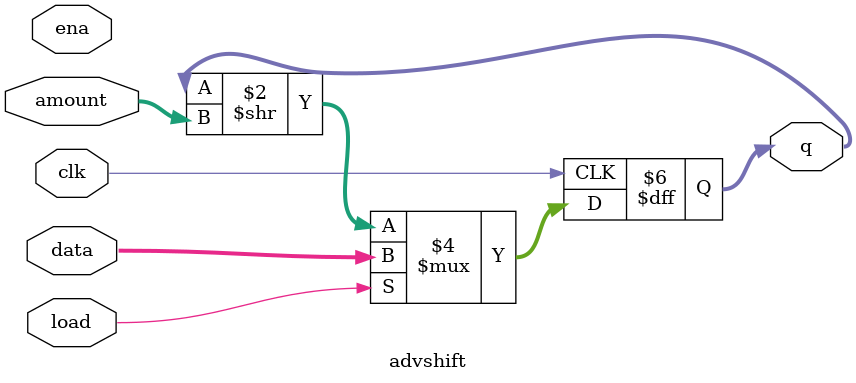
<source format=v>
module advshift(input clk,
input load,
input ena,
input [1:0] amount,
input [63:0] data,
output reg [63:0] q); 
// when load is high, assign data[63:0] to shift register q.
// if ena is high, shift q.
// amount: Chooses which direction and how much to shift.
// 2'b00: shift left by 1 bit.
// 2'b01: shift left by 8 bits.
// 2'b10: shift right by 1 bit.
// 2'b11: shift right by 8 bits.


always @ (posedge clk)

begin

if(load) begin q <= data; end
else begin
// if ena is on, shift based on amount
	q <= q >> amount;
	// data[63:0];
end	
end
endmodule

</source>
